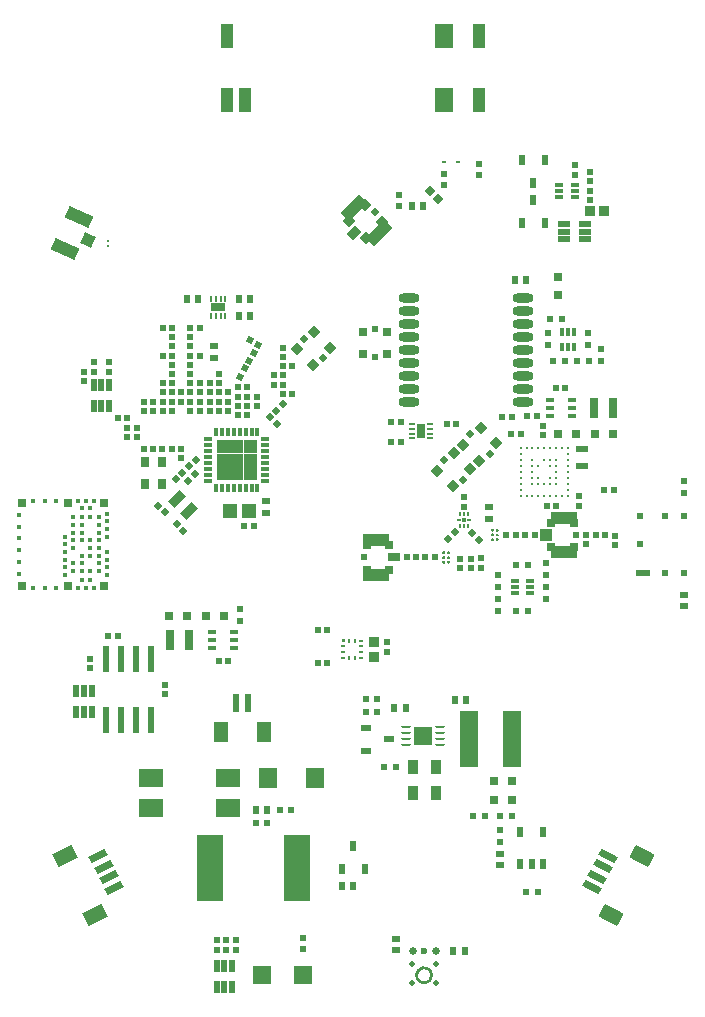
<source format=gtp>
G04*
G04 #@! TF.GenerationSoftware,Altium Limited,Altium Designer,21.2.2 (38)*
G04*
G04 Layer_Color=8421504*
%FSAX25Y25*%
%MOIN*%
G70*
G04*
G04 #@! TF.SameCoordinates,38C7B28B-D0CA-4A75-A604-0C26E738F23A*
G04*
G04*
G04 #@! TF.FilePolarity,Positive*
G04*
G01*
G75*
%ADD20C,0.01063*%
G04:AMPARAMS|DCode=21|XSize=29.53mil|YSize=31.5mil|CornerRadius=0mil|HoleSize=0mil|Usage=FLASHONLY|Rotation=225.000|XOffset=0mil|YOffset=0mil|HoleType=Round|Shape=Rectangle|*
%AMROTATEDRECTD21*
4,1,4,-0.00070,0.02158,0.02158,-0.00070,0.00070,-0.02158,-0.02158,0.00070,-0.00070,0.02158,0.0*
%
%ADD21ROTATEDRECTD21*%

G04:AMPARAMS|DCode=22|XSize=19.68mil|YSize=22.84mil|CornerRadius=0mil|HoleSize=0mil|Usage=FLASHONLY|Rotation=225.000|XOffset=0mil|YOffset=0mil|HoleType=Round|Shape=Rectangle|*
%AMROTATEDRECTD22*
4,1,4,-0.00111,0.01503,0.01503,-0.00111,0.00111,-0.01503,-0.01503,0.00111,-0.00111,0.01503,0.0*
%
%ADD22ROTATEDRECTD22*%

%ADD23R,0.02953X0.03150*%
%ADD24R,0.01968X0.02284*%
%ADD25R,0.02756X0.04724*%
%ADD26R,0.01968X0.00984*%
%ADD27R,0.02165X0.02165*%
%ADD28R,0.03937X0.03150*%
%ADD29R,0.08661X0.04134*%
%ADD30R,0.03150X0.02953*%
%ADD31R,0.02284X0.01968*%
%ADD32R,0.03937X0.03937*%
%ADD33R,0.02520X0.02362*%
%ADD34R,0.02362X0.01968*%
%ADD35R,0.03937X0.07874*%
%ADD36R,0.05906X0.07874*%
%ADD37R,0.02362X0.02362*%
%ADD38R,0.04724X0.02362*%
%ADD39R,0.02165X0.02165*%
%ADD40P,0.03062X4X360.0*%
%ADD41P,0.03062X4X270.0*%
%ADD42R,0.03150X0.03150*%
%ADD43R,0.01575X0.01575*%
%ADD44R,0.01575X0.01496*%
%ADD45R,0.03150X0.03150*%
%ADD46R,0.01575X0.01181*%
%ADD47P,0.03062X4X105.0*%
%ADD48P,0.03062X4X375.0*%
%ADD49R,0.01850X0.03937*%
%ADD50R,0.03150X0.03543*%
G04:AMPARAMS|DCode=51|XSize=29.53mil|YSize=55.12mil|CornerRadius=0mil|HoleSize=0mil|Usage=FLASHONLY|Rotation=315.000|XOffset=0mil|YOffset=0mil|HoleType=Round|Shape=Rectangle|*
%AMROTATEDRECTD51*
4,1,4,-0.02993,-0.00905,0.00905,0.02993,0.02993,0.00905,-0.00905,-0.02993,-0.02993,-0.00905,0.0*
%
%ADD51ROTATEDRECTD51*%

%ADD52R,0.05118X0.05118*%
G04:AMPARAMS|DCode=53|XSize=11.81mil|YSize=27.56mil|CornerRadius=2.95mil|HoleSize=0mil|Usage=FLASHONLY|Rotation=0.000|XOffset=0mil|YOffset=0mil|HoleType=Round|Shape=RoundedRectangle|*
%AMROUNDEDRECTD53*
21,1,0.01181,0.02165,0,0,0.0*
21,1,0.00591,0.02756,0,0,0.0*
1,1,0.00591,0.00295,-0.01083*
1,1,0.00591,-0.00295,-0.01083*
1,1,0.00591,-0.00295,0.01083*
1,1,0.00591,0.00295,0.01083*
%
%ADD53ROUNDEDRECTD53*%
G04:AMPARAMS|DCode=54|XSize=11.81mil|YSize=27.56mil|CornerRadius=2.95mil|HoleSize=0mil|Usage=FLASHONLY|Rotation=90.000|XOffset=0mil|YOffset=0mil|HoleType=Round|Shape=RoundedRectangle|*
%AMROUNDEDRECTD54*
21,1,0.01181,0.02165,0,0,90.0*
21,1,0.00591,0.02756,0,0,90.0*
1,1,0.00591,0.01083,0.00295*
1,1,0.00591,0.01083,-0.00295*
1,1,0.00591,-0.01083,-0.00295*
1,1,0.00591,-0.01083,0.00295*
%
%ADD54ROUNDEDRECTD54*%
%ADD55R,0.02362X0.02520*%
%ADD56R,0.00984X0.01968*%
%ADD57R,0.04724X0.02756*%
%ADD58R,0.01063X0.00984*%
G04:AMPARAMS|DCode=59|XSize=41.34mil|YSize=86.61mil|CornerRadius=0mil|HoleSize=0mil|Usage=FLASHONLY|Rotation=246.000|XOffset=0mil|YOffset=0mil|HoleType=Round|Shape=Rectangle|*
%AMROTATEDRECTD59*
4,1,4,-0.03116,0.03650,0.04797,0.00127,0.03116,-0.03650,-0.04797,-0.00127,-0.03116,0.03650,0.0*
%
%ADD59ROTATEDRECTD59*%

%ADD60P,0.05568X4X291.0*%
G04:AMPARAMS|DCode=61|XSize=41.34mil|YSize=86.61mil|CornerRadius=0mil|HoleSize=0mil|Usage=FLASHONLY|Rotation=135.000|XOffset=0mil|YOffset=0mil|HoleType=Round|Shape=Rectangle|*
%AMROTATEDRECTD61*
4,1,4,0.04524,0.01601,-0.01601,-0.04524,-0.04524,-0.01601,0.01601,0.04524,0.04524,0.01601,0.0*
%
%ADD61ROTATEDRECTD61*%

G04:AMPARAMS|DCode=62|XSize=31.5mil|YSize=39.37mil|CornerRadius=0mil|HoleSize=0mil|Usage=FLASHONLY|Rotation=135.000|XOffset=0mil|YOffset=0mil|HoleType=Round|Shape=Rectangle|*
%AMROTATEDRECTD62*
4,1,4,0.02506,0.00278,-0.00278,-0.02506,-0.02506,-0.00278,0.00278,0.02506,0.02506,0.00278,0.0*
%
%ADD62ROTATEDRECTD62*%

G04:AMPARAMS|DCode=63|XSize=29.53mil|YSize=31.5mil|CornerRadius=0mil|HoleSize=0mil|Usage=FLASHONLY|Rotation=315.000|XOffset=0mil|YOffset=0mil|HoleType=Round|Shape=Rectangle|*
%AMROTATEDRECTD63*
4,1,4,-0.02158,-0.00070,0.00070,0.02158,0.02158,0.00070,-0.00070,-0.02158,-0.02158,-0.00070,0.0*
%
%ADD63ROTATEDRECTD63*%

G04:AMPARAMS|DCode=64|XSize=19.68mil|YSize=22.84mil|CornerRadius=0mil|HoleSize=0mil|Usage=FLASHONLY|Rotation=315.000|XOffset=0mil|YOffset=0mil|HoleType=Round|Shape=Rectangle|*
%AMROTATEDRECTD64*
4,1,4,-0.01503,-0.00111,0.00111,0.01503,0.01503,0.00111,-0.00111,-0.01503,-0.01503,-0.00111,0.0*
%
%ADD64ROTATEDRECTD64*%

%ADD65O,0.07087X0.03150*%
%ADD66R,0.02441X0.02244*%
G04:AMPARAMS|DCode=67|XSize=25.2mil|YSize=23.62mil|CornerRadius=0mil|HoleSize=0mil|Usage=FLASHONLY|Rotation=45.000|XOffset=0mil|YOffset=0mil|HoleType=Round|Shape=Rectangle|*
%AMROTATEDRECTD67*
4,1,4,-0.00056,-0.01726,-0.01726,-0.00056,0.00056,0.01726,0.01726,0.00056,-0.00056,-0.01726,0.0*
%
%ADD67ROTATEDRECTD67*%

%ADD68R,0.01417X0.00984*%
%ADD69R,0.01890X0.03740*%
%ADD70R,0.03150X0.01181*%
%ADD71R,0.03347X0.03347*%
%ADD72R,0.03937X0.01850*%
%ADD73R,0.01181X0.02638*%
%ADD74R,0.01968X0.02362*%
%ADD75R,0.03150X0.01378*%
%ADD76R,0.02756X0.06693*%
%ADD77R,0.04331X0.02362*%
%ADD78C,0.01181*%
%ADD79R,0.01299X0.00591*%
%ADD80R,0.00591X0.01299*%
%ADD81R,0.02638X0.01181*%
%ADD82R,0.03347X0.03347*%
%ADD83R,0.00394X0.00394*%
%ADD84R,0.01181X0.00984*%
%ADD85R,0.00984X0.01181*%
%ADD86R,0.04724X0.07087*%
%ADD87R,0.02362X0.06102*%
%ADD88R,0.02362X0.08661*%
%ADD89R,0.02362X0.08661*%
G04:AMPARAMS|DCode=90|XSize=23.62mil|YSize=61.02mil|CornerRadius=0mil|HoleSize=0mil|Usage=FLASHONLY|Rotation=117.000|XOffset=0mil|YOffset=0mil|HoleType=Round|Shape=Rectangle|*
%AMROTATEDRECTD90*
4,1,4,0.03255,0.00333,-0.02182,-0.02438,-0.03255,-0.00333,0.02182,0.02438,0.03255,0.00333,0.0*
%
%ADD90ROTATEDRECTD90*%

G04:AMPARAMS|DCode=91|XSize=47.24mil|YSize=70.87mil|CornerRadius=0mil|HoleSize=0mil|Usage=FLASHONLY|Rotation=117.000|XOffset=0mil|YOffset=0mil|HoleType=Round|Shape=Rectangle|*
%AMROTATEDRECTD91*
4,1,4,0.04230,-0.00496,-0.02085,-0.03713,-0.04230,0.00496,0.02085,0.03713,0.04230,-0.00496,0.0*
%
%ADD91ROTATEDRECTD91*%

%ADD92R,0.08268X0.06102*%
%ADD93R,0.09055X0.22047*%
%ADD94R,0.05984X0.06614*%
%ADD95R,0.05906X0.18504*%
%ADD96R,0.06299X0.05906*%
G04:AMPARAMS|DCode=97|XSize=9.84mil|YSize=33.47mil|CornerRadius=2.46mil|HoleSize=0mil|Usage=FLASHONLY|Rotation=270.000|XOffset=0mil|YOffset=0mil|HoleType=Round|Shape=RoundedRectangle|*
%AMROUNDEDRECTD97*
21,1,0.00984,0.02854,0,0,270.0*
21,1,0.00492,0.03347,0,0,270.0*
1,1,0.00492,-0.01427,-0.00246*
1,1,0.00492,-0.01427,0.00246*
1,1,0.00492,0.01427,0.00246*
1,1,0.00492,0.01427,-0.00246*
%
%ADD97ROUNDEDRECTD97*%
%ADD98R,0.03740X0.01890*%
%ADD99R,0.03543X0.05118*%
G04:AMPARAMS|DCode=100|XSize=23.62mil|YSize=61.02mil|CornerRadius=0mil|HoleSize=0mil|Usage=FLASHONLY|Rotation=242.000|XOffset=0mil|YOffset=0mil|HoleType=Round|Shape=Rectangle|*
%AMROTATEDRECTD100*
4,1,4,-0.02140,0.02475,0.03249,-0.00390,0.02140,-0.02475,-0.03249,0.00390,-0.02140,0.02475,0.0*
%
%ADD100ROTATEDRECTD100*%

G04:AMPARAMS|DCode=101|XSize=47.24mil|YSize=70.87mil|CornerRadius=0mil|HoleSize=0mil|Usage=FLASHONLY|Rotation=242.000|XOffset=0mil|YOffset=0mil|HoleType=Round|Shape=Rectangle|*
%AMROTATEDRECTD101*
4,1,4,-0.02020,0.03749,0.04238,0.00422,0.02020,-0.03749,-0.04238,-0.00422,-0.02020,0.03749,0.0*
%
%ADD101ROTATEDRECTD101*%

%ADD102C,0.01811*%
%ADD103C,0.02559*%
%ADD104C,0.02362*%
%ADD105C,0.00984*%
%ADD106R,0.06299X0.06299*%
G36*
X0438956Y0578162D02*
X0434625Y0578162D01*
X0434625Y0582492D01*
X0438956Y0582492D01*
X0438956Y0578162D01*
D02*
G37*
G36*
X0434428D02*
X0430097Y0578162D01*
X0430097Y0582492D01*
X0434428Y0582492D01*
X0434428Y0578162D01*
D02*
G37*
G36*
X0429901D02*
X0425570Y0578162D01*
X0425570Y0582492D01*
X0429901Y0582492D01*
X0429901Y0578162D01*
D02*
G37*
G36*
X0438956Y0573634D02*
X0434625Y0573634D01*
X0434625Y0577965D01*
X0438956Y0577965D01*
X0438956Y0573634D01*
D02*
G37*
G36*
X0434428D02*
X0430097Y0573634D01*
X0430097Y0577965D01*
X0434428Y0577965D01*
X0434428Y0573634D01*
D02*
G37*
G36*
X0429901D02*
X0425570Y0573634D01*
X0425570Y0577965D01*
X0429901Y0577965D01*
X0429901Y0573634D01*
D02*
G37*
G36*
X0438956Y0569107D02*
X0434625Y0569107D01*
X0434625Y0573437D01*
X0438956Y0573437D01*
X0438956Y0569107D01*
D02*
G37*
G36*
X0434428D02*
X0430097Y0569107D01*
X0430097Y0573437D01*
X0434428Y0573437D01*
X0434428Y0569107D01*
D02*
G37*
G36*
X0429901D02*
X0425570Y0569107D01*
X0425570Y0573437D01*
X0429901Y0573437D01*
X0429901Y0569107D01*
D02*
G37*
G36*
X0509717Y0558368D02*
X0509772Y0558313D01*
X0509802Y0558240D01*
X0509802Y0558201D01*
X0509802Y0558201D01*
X0509802Y0557296D01*
X0509802Y0557257D01*
X0509772Y0557184D01*
X0509717Y0557129D01*
X0509644Y0557099D01*
X0509605D01*
X0509211Y0557099D01*
X0509172Y0557099D01*
X0509100Y0557129D01*
X0509044Y0557184D01*
X0509015Y0557257D01*
X0509015Y0557296D01*
X0509015Y0557296D01*
X0509015Y0558201D01*
X0509015Y0558240D01*
X0509045Y0558313D01*
X0509100Y0558368D01*
X0509172Y0558398D01*
X0509211Y0558398D01*
X0509211Y0558398D01*
X0509605Y0558398D01*
X0509644Y0558398D01*
X0509717Y0558368D01*
D02*
G37*
G36*
X0508339D02*
X0508394Y0558313D01*
X0508424Y0558240D01*
X0508424Y0558201D01*
X0508424Y0558201D01*
X0508424Y0557296D01*
X0508424Y0557257D01*
X0508394Y0557184D01*
X0508339Y0557129D01*
X0508266Y0557099D01*
X0508227D01*
X0507833Y0557099D01*
X0507794Y0557099D01*
X0507722Y0557129D01*
X0507666Y0557184D01*
X0507637Y0557257D01*
X0507637Y0557296D01*
X0507637Y0557296D01*
X0507637Y0558201D01*
X0507637Y0558240D01*
X0507667Y0558313D01*
X0507722Y0558368D01*
X0507794Y0558398D01*
X0507833Y0558398D01*
X0507833Y0558398D01*
X0508227Y0558398D01*
X0508266Y0558398D01*
X0508339Y0558368D01*
D02*
G37*
G36*
X0506961D02*
X0507016Y0558313D01*
X0507046Y0558240D01*
X0507046Y0558201D01*
X0507046Y0558201D01*
X0507046Y0557296D01*
X0507046Y0557257D01*
X0507016Y0557184D01*
X0506961Y0557129D01*
X0506888Y0557099D01*
X0506849D01*
X0506455Y0557099D01*
X0506416Y0557099D01*
X0506344Y0557129D01*
X0506288Y0557184D01*
X0506259Y0557257D01*
X0506259Y0557296D01*
X0506259Y0557296D01*
X0506259Y0558201D01*
X0506259Y0558240D01*
X0506289Y0558313D01*
X0506344Y0558368D01*
X0506416Y0558398D01*
X0506455Y0558398D01*
X0506455Y0558398D01*
X0506849Y0558398D01*
X0506888Y0558398D01*
X0506961Y0558368D01*
D02*
G37*
G36*
X0508608Y0556331D02*
X0508680Y0556259D01*
X0508719Y0556166D01*
Y0556115D01*
X0508719D01*
X0508719Y0555445D01*
X0508719Y0555395D01*
X0508680Y0555301D01*
X0508608Y0555229D01*
X0508514Y0555190D01*
X0508464Y0555189D01*
X0508464Y0555189D01*
X0507597Y0555189D01*
X0507546Y0555189D01*
X0507452Y0555228D01*
X0507380Y0555300D01*
X0507341Y0555394D01*
X0507341Y0555445D01*
X0507341Y0555445D01*
X0507341Y0556114D01*
X0507341Y0556165D01*
X0507380Y0556259D01*
X0507452Y0556331D01*
X0507547Y0556370D01*
X0507597Y0556370D01*
X0507597Y0556370D01*
X0508463Y0556370D01*
X0508514D01*
X0508608Y0556331D01*
D02*
G37*
G36*
X0510019Y0556174D02*
X0510058Y0556174D01*
X0510130Y0556144D01*
X0510185Y0556088D01*
X0510215Y0556016D01*
X0510216Y0555977D01*
X0510216Y0555977D01*
X0510216Y0555583D01*
X0510216Y0555544D01*
X0510186Y0555472D01*
X0510130Y0555416D01*
X0510058Y0555386D01*
X0510019Y0555386D01*
X0510019D01*
X0509113Y0555387D01*
X0509074Y0555386D01*
X0509002Y0555416D01*
X0508946Y0555472D01*
X0508916Y0555544D01*
Y0555583D01*
Y0555583D01*
X0508917Y0555977D01*
X0508917Y0556016D01*
X0508946Y0556089D01*
X0509002Y0556144D01*
X0509074Y0556174D01*
X0509113Y0556174D01*
X0509113Y0556174D01*
X0510019Y0556174D01*
D02*
G37*
G36*
X0506042Y0556174D02*
Y0556174D01*
X0506948Y0556173D01*
X0506987Y0556173D01*
X0507059Y0556144D01*
X0507115Y0556088D01*
X0507144Y0556016D01*
Y0555977D01*
X0507144Y0555977D01*
X0507144Y0555583D01*
X0507144Y0555544D01*
X0507114Y0555471D01*
X0507059Y0555416D01*
X0506987Y0555386D01*
X0506948Y0555386D01*
X0506948Y0555386D01*
X0506042Y0555386D01*
X0506003Y0555386D01*
X0505931Y0555416D01*
X0505875Y0555471D01*
X0505845Y0555544D01*
X0505845Y0555583D01*
X0505845Y0555583D01*
X0505845Y0555977D01*
X0505845Y0556016D01*
X0505875Y0556088D01*
X0505931Y0556144D01*
X0506003Y0556174D01*
X0506042Y0556174D01*
D02*
G37*
G36*
X0509717Y0554431D02*
X0509772Y0554376D01*
X0509802Y0554303D01*
X0509802Y0554264D01*
X0509802Y0554264D01*
X0509802Y0553359D01*
X0509802Y0553320D01*
X0509772Y0553247D01*
X0509717Y0553192D01*
X0509644Y0553162D01*
X0509605D01*
X0509211Y0553162D01*
X0509172Y0553162D01*
X0509100Y0553192D01*
X0509044Y0553247D01*
X0509015Y0553320D01*
X0509015Y0553359D01*
X0509015Y0553359D01*
X0509015Y0554264D01*
X0509015Y0554303D01*
X0509045Y0554376D01*
X0509100Y0554431D01*
X0509172Y0554461D01*
X0509211Y0554461D01*
X0509211Y0554461D01*
X0509605Y0554461D01*
X0509644Y0554461D01*
X0509717Y0554431D01*
D02*
G37*
G36*
X0508339D02*
X0508394Y0554376D01*
X0508424Y0554303D01*
X0508424Y0554264D01*
X0508424Y0554264D01*
X0508424Y0553359D01*
X0508424Y0553320D01*
X0508394Y0553247D01*
X0508339Y0553192D01*
X0508266Y0553162D01*
X0508227D01*
X0507833Y0553162D01*
X0507794Y0553162D01*
X0507722Y0553192D01*
X0507666Y0553247D01*
X0507637Y0553320D01*
X0507637Y0553359D01*
X0507637Y0553359D01*
X0507637Y0554264D01*
X0507637Y0554303D01*
X0507667Y0554376D01*
X0507722Y0554431D01*
X0507794Y0554461D01*
X0507833Y0554461D01*
X0507833Y0554461D01*
X0508227Y0554461D01*
X0508266Y0554461D01*
X0508339Y0554431D01*
D02*
G37*
G36*
X0506961D02*
X0507016Y0554376D01*
X0507046Y0554303D01*
X0507046Y0554264D01*
X0507046Y0554264D01*
X0507046Y0553359D01*
X0507046Y0553320D01*
X0507016Y0553247D01*
X0506961Y0553192D01*
X0506888Y0553162D01*
X0506849D01*
X0506455Y0553162D01*
X0506416Y0553162D01*
X0506344Y0553192D01*
X0506288Y0553247D01*
X0506259Y0553320D01*
X0506259Y0553359D01*
X0506259Y0553359D01*
X0506259Y0554264D01*
X0506259Y0554303D01*
X0506289Y0554376D01*
X0506344Y0554431D01*
X0506416Y0554461D01*
X0506455Y0554461D01*
X0506455Y0554461D01*
X0506849Y0554461D01*
X0506888Y0554461D01*
X0506961Y0554431D01*
D02*
G37*
G36*
X0519324Y0552858D02*
X0519463Y0552720D01*
X0519538Y0552539D01*
X0519538Y0552441D01*
X0519538Y0552441D01*
X0519538Y0552343D01*
X0519463Y0552162D01*
X0519325Y0552024D01*
X0519144Y0551949D01*
X0519046Y0551949D01*
X0519046D01*
X0518948Y0551949D01*
X0518767Y0552024D01*
X0518629Y0552163D01*
X0518554Y0552343D01*
X0518553Y0552441D01*
X0518553Y0552539D01*
X0518628Y0552720D01*
X0518767Y0552858D01*
X0518948Y0552933D01*
X0519046Y0552933D01*
X0519144Y0552933D01*
X0519324Y0552858D01*
D02*
G37*
G36*
X0517471Y0552933D02*
X0517569Y0552933D01*
X0517750Y0552858D01*
X0517888Y0552720D01*
X0517963Y0552539D01*
X0517963Y0552441D01*
Y0552441D01*
X0517963Y0552343D01*
X0517888Y0552162D01*
X0517750Y0552024D01*
X0517569Y0551949D01*
X0517471Y0551949D01*
X0517373Y0551949D01*
X0517192Y0552024D01*
X0517054Y0552162D01*
X0516979Y0552343D01*
X0516979Y0552441D01*
X0516979Y0552539D01*
X0517054Y0552720D01*
X0517192Y0552858D01*
X0517373Y0552933D01*
X0517471Y0552933D01*
X0517471Y0552933D01*
D02*
G37*
G36*
X0519324Y0551284D02*
X0519463Y0551145D01*
X0519538Y0550964D01*
X0519538Y0550866D01*
X0519538Y0550866D01*
X0519538Y0550769D01*
X0519463Y0550588D01*
X0519325Y0550449D01*
X0519144Y0550374D01*
X0519046Y0550374D01*
X0518948Y0550374D01*
X0518767Y0550449D01*
X0518629Y0550588D01*
X0518554Y0550769D01*
X0518553Y0550867D01*
X0518554Y0550964D01*
X0518629Y0551145D01*
X0518767Y0551284D01*
X0518948Y0551358D01*
X0519046Y0551358D01*
X0519143Y0551358D01*
X0519324Y0551284D01*
D02*
G37*
G36*
X0517750Y0551284D02*
X0517888Y0551145D01*
X0517963Y0550964D01*
X0517963Y0550866D01*
X0517963Y0550866D01*
X0517963Y0550768D01*
X0517888Y0550588D01*
X0517750Y0550449D01*
X0517569Y0550374D01*
X0517471D01*
X0517373Y0550374D01*
X0517192Y0550449D01*
X0517054Y0550588D01*
X0516979Y0550769D01*
X0516979Y0550867D01*
X0516979Y0550964D01*
X0517054Y0551145D01*
X0517192Y0551283D01*
X0517373Y0551358D01*
X0517471Y0551358D01*
X0517569Y0551358D01*
X0517750Y0551284D01*
D02*
G37*
G36*
X0517750Y0549709D02*
X0517888Y0549570D01*
X0517963Y0549389D01*
X0517963Y0549291D01*
X0517963Y0549193D01*
X0517888Y0549013D01*
X0517750Y0548874D01*
X0517569Y0548799D01*
X0517471Y0548800D01*
X0517471D01*
X0517471D01*
D01*
X0517373Y0548800D01*
X0517192Y0548874D01*
X0517054Y0549013D01*
X0516979Y0549194D01*
X0516979Y0549292D01*
X0516979Y0549390D01*
X0517054Y0549570D01*
X0517192Y0549709D01*
X0517373Y0549784D01*
X0517471Y0549784D01*
X0517569Y0549784D01*
X0517750Y0549709D01*
D02*
G37*
G36*
X0519324D02*
X0519463Y0549570D01*
X0519538Y0549389D01*
X0519538Y0549292D01*
X0519538Y0549292D01*
X0519538Y0549194D01*
X0519463Y0549013D01*
X0519325Y0548874D01*
X0519144Y0548800D01*
X0519046Y0548800D01*
X0518948Y0548800D01*
X0518767Y0548875D01*
X0518629Y0549013D01*
X0518554Y0549194D01*
X0518553Y0549292D01*
X0518554Y0549390D01*
X0518629Y0549570D01*
X0518767Y0549709D01*
X0518948Y0549784D01*
X0519046Y0549784D01*
X0519046D01*
X0519143Y0549784D01*
X0519324Y0549709D01*
D02*
G37*
G36*
X0501219Y0545406D02*
X0501317Y0545406D01*
X0501498Y0545331D01*
X0501637Y0545193D01*
X0501712Y0545012D01*
X0501712Y0544914D01*
X0501712Y0544816D01*
X0501637Y0544635D01*
X0501498Y0544497D01*
X0501318Y0544422D01*
X0501220Y0544422D01*
X0501220D01*
X0501122Y0544422D01*
X0500941Y0544497D01*
X0500802Y0544635D01*
X0500728Y0544816D01*
X0500728Y0544914D01*
X0500728Y0544914D01*
X0500727Y0545012D01*
X0500802Y0545193D01*
X0500941Y0545331D01*
X0501121Y0545406D01*
X0501219Y0545406D01*
D02*
G37*
G36*
X0502794Y0545406D02*
X0502892Y0545406D01*
X0503073Y0545331D01*
X0503211Y0545193D01*
X0503287Y0545012D01*
X0503287Y0544914D01*
X0503287Y0544816D01*
X0503211Y0544635D01*
X0503073Y0544497D01*
X0502892Y0544422D01*
X0502794Y0544422D01*
X0502697Y0544422D01*
X0502516Y0544497D01*
X0502377Y0544635D01*
X0502302Y0544816D01*
X0502302Y0544914D01*
X0502302Y0545012D01*
X0502377Y0545193D01*
X0502515Y0545331D01*
X0502696Y0545406D01*
X0502794Y0545406D01*
D02*
G37*
G36*
X0501498Y0543756D02*
X0501637Y0543618D01*
X0501712Y0543437D01*
X0501712Y0543339D01*
X0501712Y0543241D01*
X0501637Y0543060D01*
X0501498Y0542922D01*
X0501318Y0542847D01*
X0501220Y0542847D01*
X0501122Y0542847D01*
X0500941Y0542922D01*
X0500802Y0543060D01*
X0500728Y0543241D01*
X0500728Y0543339D01*
X0500728Y0543339D01*
X0500728Y0543437D01*
X0500802Y0543618D01*
X0500941Y0543756D01*
X0501121Y0543831D01*
X0501219Y0543831D01*
X0501317Y0543831D01*
X0501498Y0543756D01*
D02*
G37*
G36*
X0502892Y0543831D02*
X0503073Y0543756D01*
X0503211Y0543618D01*
X0503286Y0543437D01*
X0503286Y0543339D01*
X0503286Y0543241D01*
X0503211Y0543060D01*
X0503073Y0542922D01*
X0502892Y0542847D01*
X0502794Y0542847D01*
X0502697Y0542847D01*
X0502516Y0542922D01*
X0502377Y0543060D01*
X0502302Y0543241D01*
X0502302Y0543339D01*
X0502302Y0543437D01*
X0502377Y0543618D01*
X0502515Y0543756D01*
X0502696Y0543831D01*
X0502794D01*
X0502892Y0543831D01*
D02*
G37*
G36*
X0502795Y0542257D02*
X0502892Y0542257D01*
X0503073Y0542181D01*
X0503211Y0542043D01*
X0503286Y0541862D01*
X0503287Y0541764D01*
X0503287Y0541667D01*
X0503212Y0541486D01*
X0503073Y0541347D01*
X0502892Y0541272D01*
X0502794Y0541272D01*
X0502794Y0541272D01*
X0502697Y0541272D01*
X0502516Y0541347D01*
X0502377Y0541486D01*
X0502302Y0541667D01*
X0502302Y0541764D01*
Y0541764D01*
X0502302Y0541862D01*
X0502377Y0542043D01*
X0502516Y0542182D01*
X0502697Y0542257D01*
X0502795Y0542257D01*
D02*
G37*
G36*
X0501219Y0542256D02*
X0501219D01*
X0501317Y0542256D01*
X0501498Y0542181D01*
X0501637Y0542043D01*
X0501712Y0541862D01*
X0501712Y0541764D01*
X0501712Y0541666D01*
X0501637Y0541485D01*
X0501498Y0541347D01*
X0501318Y0541272D01*
X0501220Y0541272D01*
X0501122Y0541272D01*
X0500941Y0541347D01*
X0500802Y0541486D01*
X0500727Y0541667D01*
X0500728Y0541764D01*
X0500727Y0541862D01*
X0500802Y0542043D01*
X0500941Y0542181D01*
X0501121Y0542256D01*
X0501219Y0542256D01*
D02*
G37*
G36*
X0468326Y0515480D02*
X0467981Y0515136D01*
X0467243Y0515136D01*
Y0516120D01*
X0468326D01*
X0468326Y0515480D01*
D02*
G37*
D20*
X0494721Y0401449D02*
G03*
X0497280Y0404008I0000000J0002559D01*
G01*
X0497280Y0404018D02*
G03*
X0494721Y0401449I-0002559J-0000010D01*
G01*
D21*
X0452296Y0612776D02*
D03*
X0458003Y0618483D02*
D03*
X0457585Y0607486D02*
D03*
X0463292Y0613193D02*
D03*
X0499068Y0572303D02*
D03*
X0504775Y0578010D02*
D03*
X0504357Y0567014D02*
D03*
X0510064Y0572721D02*
D03*
X0518804Y0581343D02*
D03*
X0513097Y0575636D02*
D03*
X0513515Y0586632D02*
D03*
X0507808Y0580926D02*
D03*
D22*
X0454565Y0616214D02*
D03*
X0461024Y0609755D02*
D03*
X0501337Y0575741D02*
D03*
X0507795Y0569283D02*
D03*
X0516535Y0577905D02*
D03*
X0510077Y0584364D02*
D03*
D23*
X0474389Y0618615D02*
D03*
X0482459D02*
D03*
X0474389Y0611134D02*
D03*
X0482459D02*
D03*
D24*
X0478424Y0619441D02*
D03*
Y0610308D02*
D03*
D25*
X0493660Y0585347D02*
D03*
D26*
X0490708Y0584559D02*
D03*
Y0586134D02*
D03*
Y0587709D02*
D03*
X0496613D02*
D03*
Y0586134D02*
D03*
Y0584559D02*
D03*
Y0582985D02*
D03*
X0490708D02*
D03*
D27*
X0486849Y0588615D02*
D03*
X0483700D02*
D03*
X0486889Y0581922D02*
D03*
X0483739D02*
D03*
X0554704Y0565927D02*
D03*
X0557853D02*
D03*
X0505432Y0587670D02*
D03*
X0502282D02*
D03*
X0498306Y0543339D02*
D03*
X0495156D02*
D03*
X0492046D02*
D03*
X0488897D02*
D03*
X0522038Y0550863D02*
D03*
X0525188D02*
D03*
X0528455D02*
D03*
X0531605D02*
D03*
X0435806Y0590760D02*
D03*
X0432656D02*
D03*
X0429408Y0592122D02*
D03*
X0426259D02*
D03*
X0419861Y0592138D02*
D03*
X0416712D02*
D03*
X0407538D02*
D03*
X0410688D02*
D03*
X0450767Y0607099D02*
D03*
X0447617D02*
D03*
X0450767Y0597847D02*
D03*
X0447617D02*
D03*
X0435806Y0600012D02*
D03*
X0432656D02*
D03*
X0419861Y0619894D02*
D03*
X0416712D02*
D03*
X0419861Y0610642D02*
D03*
X0416712D02*
D03*
X0419861Y0601390D02*
D03*
X0416712D02*
D03*
X0407538Y0619894D02*
D03*
X0410688D02*
D03*
X0407538Y0610642D02*
D03*
X0410688D02*
D03*
X0407538Y0601390D02*
D03*
X0410688D02*
D03*
X0395708Y0589717D02*
D03*
X0392558D02*
D03*
X0410590Y0579520D02*
D03*
X0407440D02*
D03*
X0401180D02*
D03*
X0404330D02*
D03*
X0437952Y0553772D02*
D03*
X0434802D02*
D03*
X0541771Y0599894D02*
D03*
X0538621D02*
D03*
X0529133Y0590603D02*
D03*
X0532282D02*
D03*
X0538700Y0560465D02*
D03*
X0535550D02*
D03*
X0526889Y0584481D02*
D03*
X0523739D02*
D03*
X0551920Y0550863D02*
D03*
X0555069D02*
D03*
X0462440Y0519008D02*
D03*
X0459290D02*
D03*
X0462440Y0508142D02*
D03*
X0459290D02*
D03*
X0426259Y0508851D02*
D03*
X0429408D02*
D03*
X0392597Y0517040D02*
D03*
X0389448D02*
D03*
X0520747Y0590111D02*
D03*
X0523897D02*
D03*
D28*
X0484665Y0543339D02*
D03*
D29*
X0478759Y0549146D02*
D03*
Y0537532D02*
D03*
X0541337Y0545012D02*
D03*
Y0556626D02*
D03*
D30*
X0483025Y0547374D02*
D03*
Y0539304D02*
D03*
X0475545Y0547374D02*
D03*
Y0539304D02*
D03*
X0537085Y0546784D02*
D03*
Y0554855D02*
D03*
X0544566Y0546784D02*
D03*
Y0554855D02*
D03*
D31*
X0483852Y0543339D02*
D03*
X0474718D02*
D03*
X0536259Y0550819D02*
D03*
X0545393D02*
D03*
D32*
X0535432Y0550819D02*
D03*
D33*
X0581460Y0530977D02*
D03*
Y0527197D02*
D03*
X0441967Y0558300D02*
D03*
Y0562079D02*
D03*
X0424684Y0609914D02*
D03*
Y0613693D02*
D03*
X0516259Y0556213D02*
D03*
Y0559993D02*
D03*
X0519920Y0444520D02*
D03*
Y0440740D02*
D03*
X0485314Y0412315D02*
D03*
Y0416095D02*
D03*
D34*
X0581460Y0568851D02*
D03*
Y0564914D02*
D03*
X0536062Y0614158D02*
D03*
Y0618095D02*
D03*
X0549291Y0614118D02*
D03*
Y0618055D02*
D03*
X0553739Y0612701D02*
D03*
Y0608764D02*
D03*
X0535235Y0537394D02*
D03*
Y0541331D02*
D03*
X0519369Y0533497D02*
D03*
Y0537433D02*
D03*
X0535314Y0529520D02*
D03*
Y0533457D02*
D03*
X0519369Y0525583D02*
D03*
Y0529520D02*
D03*
X0433385Y0522079D02*
D03*
Y0526016D02*
D03*
X0519920Y0448575D02*
D03*
Y0452512D02*
D03*
X0454212Y0412670D02*
D03*
Y0416607D02*
D03*
D35*
X0429133Y0717237D02*
D03*
X0512991Y0717197D02*
D03*
X0435038Y0695937D02*
D03*
X0429133D02*
D03*
X0512991D02*
D03*
D36*
X0501180Y0717197D02*
D03*
Y0695937D02*
D03*
D37*
X0581460Y0557162D02*
D03*
Y0538264D02*
D03*
X0575161D02*
D03*
X0566499Y0547713D02*
D03*
Y0557162D02*
D03*
X0575161D02*
D03*
D38*
X0567680Y0538264D02*
D03*
D39*
X0513542Y0539835D02*
D03*
Y0542985D02*
D03*
X0510180Y0539795D02*
D03*
Y0542945D02*
D03*
X0506613Y0539796D02*
D03*
Y0542945D02*
D03*
X0508030Y0563457D02*
D03*
Y0560308D02*
D03*
X0447617Y0600898D02*
D03*
Y0604048D02*
D03*
X0435806Y0593811D02*
D03*
Y0596961D02*
D03*
X0426259Y0595189D02*
D03*
Y0598339D02*
D03*
X0416712Y0604441D02*
D03*
Y0607591D02*
D03*
X0419861Y0595189D02*
D03*
Y0598339D02*
D03*
X0410688Y0604441D02*
D03*
Y0607591D02*
D03*
Y0595189D02*
D03*
Y0598339D02*
D03*
X0444566Y0604048D02*
D03*
Y0600898D02*
D03*
X0447617Y0613300D02*
D03*
Y0610150D02*
D03*
X0432656Y0596961D02*
D03*
Y0593811D02*
D03*
X0438857Y0596961D02*
D03*
Y0593811D02*
D03*
X0423208Y0598339D02*
D03*
Y0601489D02*
D03*
X0426259Y0604540D02*
D03*
Y0601390D02*
D03*
X0423208Y0595288D02*
D03*
Y0592138D02*
D03*
X0429408Y0598339D02*
D03*
Y0595189D02*
D03*
X0416712Y0613693D02*
D03*
Y0616843D02*
D03*
X0416712Y0595189D02*
D03*
Y0598339D02*
D03*
X0410688Y0616843D02*
D03*
Y0613693D02*
D03*
X0407538Y0595189D02*
D03*
Y0598339D02*
D03*
X0413700Y0598339D02*
D03*
Y0595189D02*
D03*
X0404448Y0595307D02*
D03*
Y0592158D02*
D03*
X0401337Y0595268D02*
D03*
Y0592119D02*
D03*
X0389684Y0608457D02*
D03*
Y0605307D02*
D03*
X0384566Y0608457D02*
D03*
Y0605307D02*
D03*
X0381337Y0602158D02*
D03*
Y0605307D02*
D03*
X0395734Y0586626D02*
D03*
Y0583477D02*
D03*
X0398884Y0586626D02*
D03*
Y0583477D02*
D03*
X0413778Y0576331D02*
D03*
Y0579481D02*
D03*
X0545078Y0674126D02*
D03*
Y0670977D02*
D03*
X0549999Y0668693D02*
D03*
Y0671843D02*
D03*
Y0662433D02*
D03*
Y0665583D02*
D03*
X0534290Y0583989D02*
D03*
Y0587139D02*
D03*
X0546456Y0560623D02*
D03*
Y0563772D02*
D03*
X0548810Y0550867D02*
D03*
Y0547717D02*
D03*
X0428700Y0412591D02*
D03*
Y0415741D02*
D03*
X0558180Y0547441D02*
D03*
Y0550591D02*
D03*
X0482322Y0511868D02*
D03*
Y0515018D02*
D03*
X0408267Y0497709D02*
D03*
Y0500859D02*
D03*
X0383464Y0509481D02*
D03*
Y0506331D02*
D03*
X0425550Y0415741D02*
D03*
Y0412591D02*
D03*
X0431849D02*
D03*
Y0415741D02*
D03*
D40*
X0510815Y0551421D02*
D03*
X0513042Y0549194D02*
D03*
X0445507Y0587772D02*
D03*
X0443280Y0589999D02*
D03*
X0408239Y0558406D02*
D03*
X0406011Y0560634D02*
D03*
X0412232Y0554453D02*
D03*
X0414459Y0552225D02*
D03*
D41*
X0505010Y0551657D02*
D03*
X0502783Y0549430D02*
D03*
X0445438Y0592157D02*
D03*
X0447665Y0594384D02*
D03*
X0411917Y0569351D02*
D03*
X0414144Y0571579D02*
D03*
X0416003Y0568972D02*
D03*
X0418230Y0571199D02*
D03*
X0416326Y0573722D02*
D03*
X0418553Y0575949D02*
D03*
D42*
X0421928Y0523969D02*
D03*
X0427834D02*
D03*
X0415708D02*
D03*
X0409802D02*
D03*
X0545353Y0584579D02*
D03*
X0539448D02*
D03*
X0551652D02*
D03*
X0557558D02*
D03*
X0518149Y0468733D02*
D03*
X0524054D02*
D03*
X0518149Y0462473D02*
D03*
X0524054D02*
D03*
D43*
X0386291Y0543874D02*
D03*
X0388850Y0550272D02*
D03*
X0386291Y0556670D02*
D03*
Y0554111D02*
D03*
Y0551552D02*
D03*
Y0548992D02*
D03*
Y0546433D02*
D03*
Y0541315D02*
D03*
Y0538756D02*
D03*
X0380680Y0535705D02*
D03*
X0383239D02*
D03*
X0377629Y0538756D02*
D03*
Y0546433D02*
D03*
Y0548992D02*
D03*
Y0551552D02*
D03*
Y0554111D02*
D03*
Y0556670D02*
D03*
X0380680Y0559721D02*
D03*
X0383239D02*
D03*
X0372117Y0533146D02*
D03*
X0368180D02*
D03*
X0364243D02*
D03*
X0359714Y0537871D02*
D03*
Y0541808D02*
D03*
Y0545745D02*
D03*
Y0549682D02*
D03*
Y0553618D02*
D03*
Y0557555D02*
D03*
X0364243Y0562280D02*
D03*
X0368180D02*
D03*
X0372117D02*
D03*
X0388850Y0557949D02*
D03*
Y0555390D02*
D03*
Y0552831D02*
D03*
Y0540036D02*
D03*
Y0537477D02*
D03*
X0384519Y0533146D02*
D03*
X0381960D02*
D03*
X0379401D02*
D03*
X0375070Y0537477D02*
D03*
Y0540036D02*
D03*
Y0542595D02*
D03*
Y0545154D02*
D03*
Y0547713D02*
D03*
Y0550272D02*
D03*
X0379401Y0562280D02*
D03*
X0381960D02*
D03*
X0384519D02*
D03*
X0383239Y0538756D02*
D03*
Y0543874D02*
D03*
Y0546433D02*
D03*
Y0548992D02*
D03*
Y0556670D02*
D03*
X0380680D02*
D03*
Y0554111D02*
D03*
Y0551552D02*
D03*
Y0548992D02*
D03*
Y0543874D02*
D03*
Y0541315D02*
D03*
Y0538756D02*
D03*
D44*
X0377629Y0541315D02*
D03*
D45*
X0360503Y0533933D02*
D03*
Y0561492D02*
D03*
X0388062Y0533933D02*
D03*
X0375857D02*
D03*
Y0561492D02*
D03*
X0388062D02*
D03*
X0539290Y0630898D02*
D03*
Y0636803D02*
D03*
D46*
X0388850Y0545252D02*
D03*
Y0542496D02*
D03*
D47*
X0436338Y0608865D02*
D03*
X0437912Y0611593D02*
D03*
X0433306Y0603589D02*
D03*
X0434881Y0606317D02*
D03*
D48*
X0436627Y0615741D02*
D03*
X0439355Y0614166D02*
D03*
D49*
X0387125Y0600780D02*
D03*
X0389684Y0593693D02*
D03*
X0384566D02*
D03*
X0387125D02*
D03*
X0384566Y0600780D02*
D03*
X0389684D02*
D03*
X0381337Y0491725D02*
D03*
X0378778Y0498811D02*
D03*
X0383897D02*
D03*
X0381337D02*
D03*
X0383897Y0491725D02*
D03*
X0378778D02*
D03*
X0428109Y0400189D02*
D03*
X0425550Y0407276D02*
D03*
X0430668D02*
D03*
X0428109D02*
D03*
X0430668Y0400189D02*
D03*
X0425550D02*
D03*
D50*
X0407459Y0575170D02*
D03*
Y0567886D02*
D03*
X0401751D02*
D03*
Y0575170D02*
D03*
D51*
X0416387Y0558762D02*
D03*
X0412351Y0562798D02*
D03*
D52*
X0436416Y0558772D02*
D03*
X0430117D02*
D03*
D53*
X0425373Y0585248D02*
D03*
X0427341D02*
D03*
X0429310D02*
D03*
X0431278D02*
D03*
X0433247D02*
D03*
X0435216D02*
D03*
X0437184D02*
D03*
X0439152D02*
D03*
Y0566351D02*
D03*
X0437184D02*
D03*
X0435216D02*
D03*
X0433247D02*
D03*
X0431278D02*
D03*
X0429310D02*
D03*
X0427341D02*
D03*
X0425373D02*
D03*
D54*
X0441712Y0582689D02*
D03*
Y0580721D02*
D03*
Y0578752D02*
D03*
Y0576784D02*
D03*
Y0574815D02*
D03*
Y0572847D02*
D03*
Y0570878D02*
D03*
Y0568910D02*
D03*
X0422814Y0570878D02*
D03*
Y0572847D02*
D03*
Y0574815D02*
D03*
Y0576784D02*
D03*
Y0578752D02*
D03*
Y0580721D02*
D03*
Y0582689D02*
D03*
Y0568910D02*
D03*
D55*
X0432834Y0629638D02*
D03*
X0436613D02*
D03*
X0436613Y0623693D02*
D03*
X0432834D02*
D03*
X0415511Y0629638D02*
D03*
X0419290D02*
D03*
X0494487Y0660583D02*
D03*
X0490708D02*
D03*
X0528621Y0635937D02*
D03*
X0524841D02*
D03*
X0467346Y0433831D02*
D03*
X0471126Y0433831D02*
D03*
X0438700Y0459126D02*
D03*
X0442479D02*
D03*
X0504999Y0495898D02*
D03*
X0508778D02*
D03*
X0488582Y0493221D02*
D03*
X0484802D02*
D03*
X0508227Y0412276D02*
D03*
X0504448D02*
D03*
D56*
X0428464Y0623733D02*
D03*
Y0629638D02*
D03*
X0426889D02*
D03*
X0425314D02*
D03*
X0423739D02*
D03*
Y0623733D02*
D03*
X0425314D02*
D03*
X0426889D02*
D03*
D57*
X0426101Y0626685D02*
D03*
D58*
X0389290Y0648900D02*
D03*
Y0647227D02*
D03*
D59*
X0374861Y0646085D02*
D03*
X0379585Y0656695D02*
D03*
D60*
X0382618Y0648988D02*
D03*
D61*
X0471445Y0659769D02*
D03*
X0479658Y0651557D02*
D03*
D62*
X0471376Y0651487D02*
D03*
D63*
X0474948Y0660806D02*
D03*
X0480655Y0655099D02*
D03*
X0469658Y0655516D02*
D03*
X0475365Y0649809D02*
D03*
D64*
X0478386Y0658537D02*
D03*
X0471927Y0652078D02*
D03*
D65*
X0527755Y0599599D02*
D03*
X0489566D02*
D03*
Y0595268D02*
D03*
Y0603930D02*
D03*
Y0608260D02*
D03*
Y0612591D02*
D03*
Y0616922D02*
D03*
Y0621252D02*
D03*
Y0625583D02*
D03*
Y0629914D02*
D03*
X0527755D02*
D03*
Y0625583D02*
D03*
Y0621252D02*
D03*
Y0616922D02*
D03*
Y0612591D02*
D03*
Y0608260D02*
D03*
Y0603930D02*
D03*
Y0595268D02*
D03*
D66*
X0486298Y0664245D02*
D03*
Y0660544D02*
D03*
X0501259Y0667394D02*
D03*
Y0671095D02*
D03*
X0512991Y0670859D02*
D03*
Y0674559D02*
D03*
D67*
X0496497Y0665344D02*
D03*
X0499170Y0662672D02*
D03*
D68*
X0501259Y0675150D02*
D03*
X0505983D02*
D03*
D69*
X0534960Y0675937D02*
D03*
X0527322D02*
D03*
X0531141Y0668300D02*
D03*
X0527322Y0654874D02*
D03*
X0534960D02*
D03*
X0531141Y0662512D02*
D03*
X0526810Y0441213D02*
D03*
X0534290D02*
D03*
Y0451843D02*
D03*
X0526810D02*
D03*
X0530550Y0441213D02*
D03*
X0471101Y0447195D02*
D03*
X0474920Y0439558D02*
D03*
X0467282Y0439558D02*
D03*
D70*
X0545078Y0667552D02*
D03*
Y0665583D02*
D03*
Y0663615D02*
D03*
X0539566D02*
D03*
Y0665583D02*
D03*
Y0667552D02*
D03*
D71*
X0554802Y0658654D02*
D03*
X0550078D02*
D03*
D72*
X0548379Y0651943D02*
D03*
X0541293Y0649384D02*
D03*
Y0654502D02*
D03*
Y0651943D02*
D03*
X0548379Y0654502D02*
D03*
Y0649384D02*
D03*
D73*
X0544684Y0613469D02*
D03*
X0542716D02*
D03*
X0540747D02*
D03*
Y0618469D02*
D03*
X0542716D02*
D03*
X0544684D02*
D03*
D74*
X0540747Y0622741D02*
D03*
X0536810D02*
D03*
X0541732Y0608922D02*
D03*
X0537794D02*
D03*
X0545669D02*
D03*
X0549606D02*
D03*
X0520078Y0457276D02*
D03*
X0524015D02*
D03*
X0525393Y0540859D02*
D03*
X0529330D02*
D03*
X0525471Y0525347D02*
D03*
X0529408D02*
D03*
X0438548Y0454719D02*
D03*
X0442485D02*
D03*
X0446534Y0459166D02*
D03*
X0450471D02*
D03*
X0479133Y0491764D02*
D03*
X0475196D02*
D03*
X0479133Y0496095D02*
D03*
X0475196D02*
D03*
X0481456Y0473496D02*
D03*
X0485393D02*
D03*
X0511062Y0457276D02*
D03*
X0514999D02*
D03*
X0528818Y0431843D02*
D03*
X0532755D02*
D03*
D75*
X0536810Y0590603D02*
D03*
Y0593162D02*
D03*
Y0595721D02*
D03*
X0544015D02*
D03*
Y0593162D02*
D03*
Y0590603D02*
D03*
X0431200Y0518339D02*
D03*
Y0515780D02*
D03*
Y0513221D02*
D03*
X0423995D02*
D03*
Y0515780D02*
D03*
Y0518339D02*
D03*
D76*
X0551219Y0593201D02*
D03*
X0557519D02*
D03*
X0416219Y0515780D02*
D03*
X0409920D02*
D03*
D77*
X0547271Y0573975D02*
D03*
Y0579487D02*
D03*
D78*
X0526883Y0565902D02*
D03*
Y0567871D02*
D03*
Y0569839D02*
D03*
X0526883Y0571808D02*
D03*
Y0573776D02*
D03*
Y0575745D02*
D03*
X0526883Y0577713D02*
D03*
Y0579682D02*
D03*
X0528852D02*
D03*
X0530820Y0567871D02*
D03*
Y0569839D02*
D03*
Y0571808D02*
D03*
Y0573776D02*
D03*
Y0575745D02*
D03*
Y0579682D02*
D03*
X0532789Y0567871D02*
D03*
Y0569839D02*
D03*
Y0573776D02*
D03*
Y0579682D02*
D03*
X0534757Y0567871D02*
D03*
Y0575745D02*
D03*
Y0579682D02*
D03*
X0536726Y0567871D02*
D03*
Y0569839D02*
D03*
Y0573776D02*
D03*
Y0575745D02*
D03*
Y0579682D02*
D03*
X0538694Y0567871D02*
D03*
Y0569839D02*
D03*
Y0571808D02*
D03*
Y0573776D02*
D03*
Y0575745D02*
D03*
Y0579682D02*
D03*
X0540663D02*
D03*
X0542631Y0565902D02*
D03*
Y0567871D02*
D03*
Y0569839D02*
D03*
Y0571808D02*
D03*
Y0573776D02*
D03*
Y0575745D02*
D03*
Y0577713D02*
D03*
Y0579682D02*
D03*
X0526883Y0563934D02*
D03*
X0528852D02*
D03*
X0530820D02*
D03*
X0532789D02*
D03*
X0534757D02*
D03*
X0536726D02*
D03*
X0538694D02*
D03*
X0540663D02*
D03*
X0542631D02*
D03*
D79*
X0509566Y0555780D02*
D03*
X0506495D02*
D03*
D80*
X0506652Y0557748D02*
D03*
X0508030D02*
D03*
X0509408D02*
D03*
Y0553811D02*
D03*
X0508030D02*
D03*
X0506652D02*
D03*
D81*
X0530019Y0535465D02*
D03*
Y0533497D02*
D03*
Y0531528D02*
D03*
X0525019D02*
D03*
Y0533497D02*
D03*
Y0535465D02*
D03*
D82*
X0478110Y0514992D02*
D03*
Y0510267D02*
D03*
D83*
X0467794Y0515628D02*
D03*
D84*
Y0513659D02*
D03*
Y0511691D02*
D03*
Y0509722D02*
D03*
X0473700Y0515628D02*
D03*
Y0513659D02*
D03*
Y0511691D02*
D03*
Y0509722D02*
D03*
D85*
X0471731Y0515628D02*
D03*
Y0509722D02*
D03*
X0469763Y0515628D02*
D03*
Y0509722D02*
D03*
D86*
X0441180Y0484994D02*
D03*
X0427007D02*
D03*
D87*
X0432125Y0494935D02*
D03*
X0436062D02*
D03*
D88*
X0393704Y0489021D02*
D03*
X0398704D02*
D03*
X0403704D02*
D03*
X0388704Y0509493D02*
D03*
X0393704D02*
D03*
X0398704D02*
D03*
X0403704D02*
D03*
D89*
X0388704Y0489021D02*
D03*
D90*
X0391439Y0433247D02*
D03*
X0389652Y0436755D02*
D03*
X0387865Y0440263D02*
D03*
X0386077Y0443771D02*
D03*
D91*
X0374896Y0443818D02*
D03*
X0384906Y0424174D02*
D03*
D92*
X0429212Y0469678D02*
D03*
X0403621Y0459678D02*
D03*
Y0469678D02*
D03*
X0429212Y0459678D02*
D03*
D93*
X0452400Y0439953D02*
D03*
X0423267D02*
D03*
D94*
X0442696Y0469678D02*
D03*
X0458168D02*
D03*
D95*
X0509802Y0482827D02*
D03*
X0523975D02*
D03*
D96*
X0494369Y0483772D02*
D03*
D97*
X0500078Y0486725D02*
D03*
Y0484756D02*
D03*
Y0482788D02*
D03*
Y0480819D02*
D03*
X0488660D02*
D03*
Y0482788D02*
D03*
Y0484756D02*
D03*
Y0486725D02*
D03*
D98*
X0475196Y0486528D02*
D03*
Y0478890D02*
D03*
X0482834Y0482709D02*
D03*
D99*
X0491141Y0473496D02*
D03*
X0498621D02*
D03*
X0491141Y0464756D02*
D03*
X0498621D02*
D03*
D100*
X0556060Y0443800D02*
D03*
X0554212Y0440324D02*
D03*
X0552363Y0436848D02*
D03*
X0550515Y0433372D02*
D03*
D101*
X0556889Y0424186D02*
D03*
X0567240Y0443652D02*
D03*
D102*
X0490725Y0407945D02*
D03*
X0498717D02*
D03*
Y0401489D02*
D03*
X0490725D02*
D03*
D103*
X0498520Y0412276D02*
D03*
X0490922D02*
D03*
D104*
X0494721D02*
D03*
D105*
Y0401489D02*
D03*
X0497243Y0404018D02*
D03*
X0492204D02*
D03*
X0494721Y0406528D02*
D03*
D106*
X0440784Y0404008D02*
D03*
X0454170D02*
D03*
M02*

</source>
